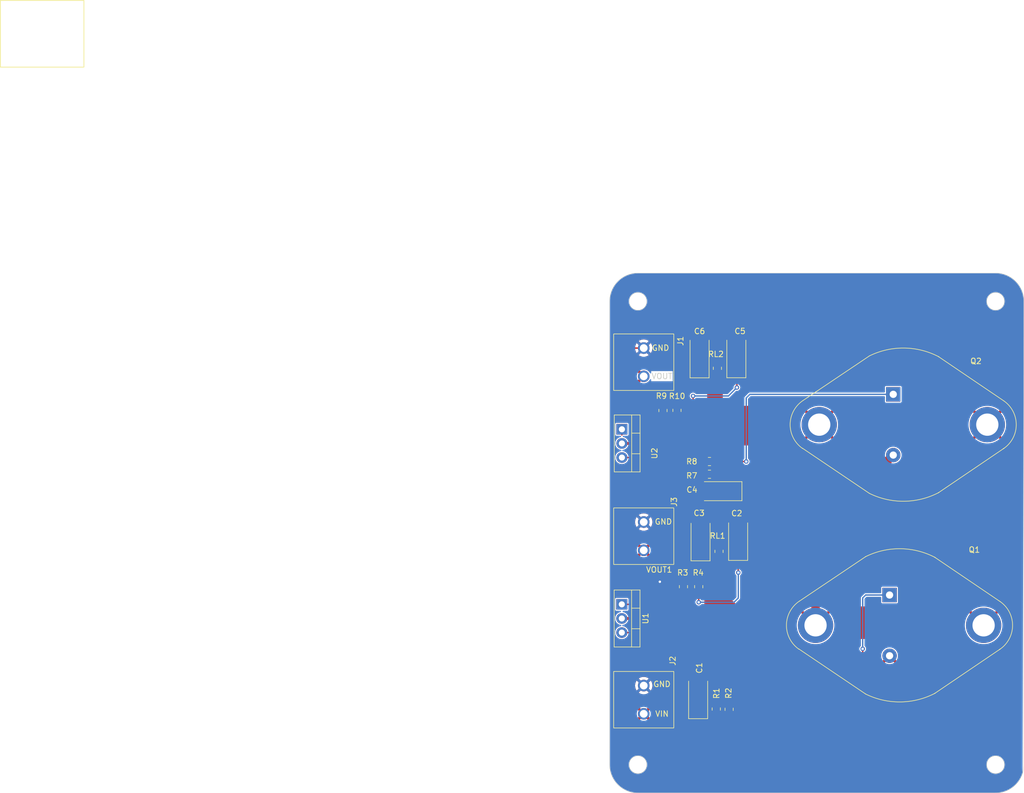
<source format=kicad_pcb>
(kicad_pcb (version 20211014) (generator pcbnew)
  (layers (0 "F.Cu" signal) (31 "B.Cu" signal) (34 "B.Paste" user) (35 "F.Paste" user) (36 "B.SilkS" user "B.Silkscreen") (37 "F.SilkS" user "F.Silkscreen") (38 "B.Mask" user) (39 "F.Mask" user) (44 "Edge.Cuts" user))
  (net 0 "")
  (net 1 "VIN")
  (net 2 "GND")
  (net 3 "Net-(C2-Pad1)")
  (net 4 "Net-(C5-Pad1)")
  (net 5 "VOUT")
  (net 6 "VOUT1")
  (net 7 "Net-(R1-Pad2)")
  (net 8 "Net-(R7-Pad2)")
  (net 9 "Net-(R2-Pad2)")
  (net 10 "Net-(R8-Pad2)")
  (footprint "Resistor_SMD:R_0805_2012Metric" (layer "F.Cu") (at 121.5644 73.710799 -90)
    (fp_text reference "R10" (at -2.5654 -0.0254 180) (layer "F.SilkS"))
    (fp_text value "5.1k")
    (fp_line (start -0.227064 0.735) (end 0.227064 0.735) (layer "F.SilkS") (width 0.12))
    (fp_line (start -0.227064 -0.735) (end 0.227064 -0.735) (layer "F.SilkS") (width 0.12))
    (pad "1" smd roundrect (at -0.9125 0 270) (size 1.025 1.4) (layers "F.Cu" "F.Paste" "F.Mask") (roundrect_rratio 0.243902439) (net 5 "VOUT"))
    (pad "2" smd roundrect (at 0.9125 0 270) (size 1.025 1.4) (layers "F.Cu" "F.Paste" "F.Mask") (roundrect_rratio 0.243902439) (net 4 "Net-(C5-Pad1)"))
  )
  (footprint "Resistor_SMD:R_0805_2012Metric" (layer "F.Cu") (at 125.476 105.409999 -90)
    (fp_text reference "R4" (at -2.5165 0.0796) (layer "F.SilkS"))
    (fp_text value "5.1k")
    (fp_line (start -0.227064 0.735) (end 0.227064 0.735) (layer "F.SilkS") (width 0.12))
    (fp_line (start -0.227064 -0.735) (end 0.227064 -0.735) (layer "F.SilkS") (width 0.12))
    (pad "1" smd roundrect (at -0.9125 0 270) (size 1.025 1.4) (layers "F.Cu" "F.Paste" "F.Mask") (roundrect_rratio 0.243902439) (net 6 "VOUT1"))
    (pad "2" smd roundrect (at 0.9125 0 270) (size 1.025 1.4) (layers "F.Cu" "F.Paste" "F.Mask") (roundrect_rratio 0.243902439) (net 3 "Net-(C2-Pad1)"))
  )
  (footprint "wsh_1:connector_128-5.08mm3.81" (layer "F.Cu") (at 115.5954 67.589399 90)
    (fp_text reference "J1" (at 6.35 6.604 90 unlocked) (layer "F.SilkS"))
    (fp_text value "Conn_01x02")
    (fp_rect (start -2.54 -5.4) (end 7.62 5.4) (layer "F.SilkS") (width 0.12) (fill none))
    (pad "1" thru_hole circle (at 0 0 180) (size 2.1 2.1) (drill 1.4) (layers *.Cu *.Mask) (net 5 "VOUT"))
    (pad "2" thru_hole circle (at 5.08 0 180) (size 2.1 2.1) (drill 1.4) (layers *.Cu *.Mask) (net 2 "GND"))
  )
  (footprint "Resistor_SMD:R_0805_2012Metric" (layer "F.Cu") (at 127.4064 85.191599 180)
    (fp_text reference "R7" (at 3.175 -0.254) (layer "F.SilkS"))
    (fp_text value "22/0")
    (fp_line (start -0.227064 0.735) (end 0.227064 0.735) (layer "F.SilkS") (width 0.12))
    (fp_line (start -0.227064 -0.735) (end 0.227064 -0.735) (layer "F.SilkS") (width 0.12))
    (pad "1" smd roundrect (at -0.9125 0 180) (size 1.025 1.4) (layers "F.Cu" "F.Paste" "F.Mask") (roundrect_rratio 0.243902439) (net 6 "VOUT1"))
    (pad "2" smd roundrect (at 0.9125 0 180) (size 1.025 1.4) (layers "F.Cu" "F.Paste" "F.Mask") (roundrect_rratio 0.243902439) (net 8 "Net-(R7-Pad2)"))
  )
  (footprint "Package_TO_SOT_THT:TO-3" (layer "F.Cu") (at 159.766 106.908599)
    (fp_text reference "Q1" (at 15.24 -8.128) (layer "F.SilkS"))
    (fp_text value "MJ11015G")
    (fp_line (start -4.3 -6.9) (end -16.2 1.1) (layer "F.SilkS") (width 0.12))
    (fp_line (start -4.3 17.8) (end -16.3 9.7) (layer "F.SilkS") (width 0.12))
    (fp_line (start 8.1 -6.8) (end 19.9 1.2) (layer "F.SilkS") (width 0.12))
    (fp_line (start 8.1 17.7) (end 19.9 9.7) (layer "F.SilkS") (width 0.12))
    (fp_arc (start -4.3 -6.9) (mid 1.971643 -8.323273) (end 8.20587 -6.744152) (layer "F.SilkS") (width 0.12))
    (fp_arc (start 19.9 1.2) (mid 22.101343 5.542388) (end 19.747176 9.803859) (layer "F.SilkS") (width 0.12))
    (fp_arc (start -16.276967 9.747694) (mid -18.527843 5.403471) (end -16.2 1.1) (layer "F.SilkS") (width 0.12))
    (fp_arc (start 8.20587 17.644152) (mid 1.971643 19.223273) (end -4.3 17.8) (layer "F.SilkS") (width 0.12))
    (pad "1" thru_hole rect (at 0 0) (size 2.6 2.6) (drill 1.3) (layers *.Cu *.Mask) (net 9 "Net-(R2-Pad2)"))
    (pad "2" thru_hole circle (at 0 10.92) (size 2.6 2.6) (drill 1.3) (layers *.Cu *.Mask) (net 1 "VIN"))
    (pad "3" thru_hole circle (at -13.3 5.45) (size 6.35 6.35) (drill 4) (layers *.Cu *.Mask) (net 6 "VOUT1"))
    (pad "3" thru_hole circle (at 16.9 5.45) (size 6.35 6.35) (drill 4) (layers *.Cu *.Mask) (net 6 "VOUT1"))
  )
  (footprint "Resistor_SMD:R_0805_2012Metric" (layer "F.Cu") (at 122.7328 105.409999 90)
    (fp_text reference "R3" (at 2.5165 -0.127) (layer "F.SilkS"))
    (fp_text value "470")
    (fp_line (start -0.227064 -0.735) (end 0.227064 -0.735) (layer "F.SilkS") (width 0.12))
    (fp_line (start -0.227064 0.735) (end 0.227064 0.735) (layer "F.SilkS") (width 0.12))
    (pad "1" smd roundrect (at -0.9125 0 90) (size 1.025 1.4) (layers "F.Cu" "F.Paste" "F.Mask") (roundrect_rratio 0.243902439) (net 3 "Net-(C2-Pad1)"))
    (pad "2" smd roundrect (at 0.9125 0 90) (size 1.025 1.4) (layers "F.Cu" "F.Paste" "F.Mask") (roundrect_rratio 0.243902439) (net 2 "GND"))
  )
  (footprint "Capacitor_Tantalum_SMD:CP_EIA-6032-20_AVX-F" (layer "F.Cu") (at 132.2324 64.082899 90)
    (fp_text reference "C5" (at 4.61 0.665474 180) (layer "F.SilkS"))
    (fp_text value "10uF")
    (fp_line (start -3.76 1.71) (end 3 1.71) (layer "F.SilkS") (width 0.12))
    (fp_line (start -3.76 -1.71) (end -3.76 1.71) (layer "F.SilkS") (width 0.12))
    (fp_line (start 3 -1.71) (end -3.76 -1.71) (layer "F.SilkS") (width 0.12))
    (pad "1" smd roundrect (at -2.4625 0 90) (size 2.075 2.35) (layers "F.Cu" "F.Paste" "F.Mask") (roundrect_rratio 0.1204819277) (net 4 "Net-(C5-Pad1)"))
    (pad "2" smd roundrect (at 2.4625 0 90) (size 2.075 2.35) (layers "F.Cu" "F.Paste" "F.Mask") (roundrect_rratio 0.1204819277) (net 2 "GND"))
  )
  (footprint "Resistor_SMD:R_0805_2012Metric" (layer "F.Cu") (at 119.0498 73.736199 90)
    (fp_text reference "R9" (at 2.6162 -0.2794) (layer "F.SilkS"))
    (fp_text value "620")
    (fp_line (start -0.227064 0.735) (end 0.227064 0.735) (layer "F.SilkS") (width 0.12))
    (fp_line (start -0.227064 -0.735) (end 0.227064 -0.735) (layer "F.SilkS") (width 0.12))
    (pad "1" smd roundrect (at -0.9125 0 90) (size 1.025 1.4) (layers "F.Cu" "F.Paste" "F.Mask") (roundrect_rratio 0.243902439) (net 4 "Net-(C5-Pad1)"))
    (pad "2" smd roundrect (at 0.9125 0 90) (size 1.025 1.4) (layers "F.Cu" "F.Paste" "F.Mask") (roundrect_rratio 0.243902439) (net 2 "GND"))
  )
  (footprint "Capacitor_Tantalum_SMD:CP_EIA-6032-20_AVX-F" (layer "F.Cu") (at 125.6284 64.095499 90)
    (fp_text reference "C6" (at 4.61 0) (layer "F.SilkS"))
    (fp_text value "10uF")
    (fp_line (start -3.76 1.71) (end 3 1.71) (layer "F.SilkS") (width 0.12))
    (fp_line (start 3 -1.71) (end -3.76 -1.71) (layer "F.SilkS") (width 0.12))
    (fp_line (start -3.76 -1.71) (end -3.76 1.71) (layer "F.SilkS") (width 0.12))
    (pad "1" smd roundrect (at -2.4625 0 90) (size 2.075 2.35) (layers "F.Cu" "F.Paste" "F.Mask") (roundrect_rratio 0.1204819277) (net 5 "VOUT"))
    (pad "2" smd roundrect (at 2.4625 0 90) (size 2.075 2.35) (layers "F.Cu" "F.Paste" "F.Mask") (roundrect_rratio 0.1204819277) (net 2 "GND"))
  )
  (footprint "Package_TO_SOT_THT:TO-220-3_Vertical" (layer "F.Cu") (at 111.6704 77.114399 -90)
    (fp_text reference "U2" (at 4.318 -5.8674 90) (layer "F.SilkS"))
    (fp_text value "LM317_TO-220")
    (fp_line (start -2.58 1.371) (end 7.66 1.371) (layer "F.SilkS") (width 0.12))
    (fp_line (start 7.66 -3.27) (end 7.66 1.371) (layer "F.SilkS") (width 0.12))
    (fp_line (start -2.58 -3.27) (end -2.58 1.371) (layer "F.SilkS") (width 0.12))
    (fp_line (start -2.58 -3.27) (end 7.66 -3.27) (layer "F.SilkS") (width 0.12))
    (fp_line (start 4.391 -3.27) (end 4.391 -1.76) (layer "F.SilkS") (width 0.12))
    (fp_line (start -2.58 -1.76) (end 7.66 -1.76) (layer "F.SilkS") (width 0.12))
    (fp_line (start 0.69 -3.27) (end 0.69 -1.76) (layer "F.SilkS") (width 0.12))
    (pad "1" thru_hole rect (at 0 0 270) (size 1.905 2) (drill 1.1) (layers *.Cu *.Mask) (net 4 "Net-(C5-Pad1)"))
    (pad "2" thru_hole oval (at 2.54 0 270) (size 1.905 2) (drill 1.1) (layers *.Cu *.Mask) (net 5 "VOUT"))
    (pad "3" thru_hole oval (at 5.08 0 270) (size 1.905 2) (drill 1.1) (layers *.Cu *.Mask) (net 8 "Net-(R7-Pad2)"))
  )
  (footprint "Resistor_SMD:R_0805_2012Metric" (layer "F.Cu") (at 129.1208 99.059999 90)
    (fp_text reference "RL1" (at 2.794 -0.254) (layer "F.SilkS"))
    (fp_text value "10")
    (fp_line (start -0.227064 0.735) (end 0.227064 0.735) (layer "F.SilkS") (width 0.12))
    (fp_line (start -0.227064 -0.735) (end 0.227064 -0.735) (layer "F.SilkS") (width 0.12))
    (pad "1" smd roundrect (at -0.9125 0 90) (size 1.025 1.4) (layers "F.Cu" "F.Paste" "F.Mask") (roundrect_rratio 0.243902439) (net 6 "VOUT1"))
    (pad "2" smd roundrect (at 0.9125 0 90) (size 1.025 1.4) (layers "F.Cu" "F.Paste" "F.Mask") (roundrect_rratio 0.243902439) (net 2 "GND"))
  )
  (footprint "Resistor_SMD:R_0805_2012Metric" (layer "F.Cu") (at 128.6275 127.406399 90)
    (fp_text reference "R1" (at 2.8194 0.0508 90) (layer "F.SilkS"))
    (fp_text value "22/0")
    (fp_line (start -0.227064 0.735) (end 0.227064 0.735) (layer "F.SilkS") (width 0.12))
    (fp_line (start -0.227064 -0.735) (end 0.227064 -0.735) (layer "F.SilkS") (width 0.12))
    (pad "1" smd roundrect (at -0.9125 0 90) (size 1.025 1.4) (layers "F.Cu" "F.Paste" "F.Mask") (roundrect_rratio 0.243902439) (net 1 "VIN"))
    (pad "2" smd roundrect (at 0.9125 0 90) (size 1.025 1.4) (layers "F.Cu" "F.Paste" "F.Mask") (roundrect_rratio 0.243902439) (net 7 "Net-(R1-Pad2)"))
  )
  (footprint "Package_TO_SOT_THT:TO-3" (layer "F.Cu") (at 160.4298 70.826199)
    (fp_text reference "Q2" (at 14.859 -5.969) (layer "F.SilkS"))
    (fp_text value "MJ11015G")
    (fp_line (start -4.3 -6.9) (end -16.2 1.1) (layer "F.SilkS") (width 0.12))
    (fp_line (start -4.3 17.8) (end -16.3 9.7) (layer "F.SilkS") (width 0.12))
    (fp_line (start 8.1 17.7) (end 19.9 9.7) (layer "F.SilkS") (width 0.12))
    (fp_line (start 8.1 -6.8) (end 19.9 1.2) (layer "F.SilkS") (width 0.12))
    (fp_arc (start -4.3 -6.9) (mid 1.971643 -8.323273) (end 8.20587 -6.744152) (layer "F.SilkS") (width 0.12))
    (fp_arc (start -16.276967 9.747694) (mid -18.527843 5.403471) (end -16.2 1.1) (layer "F.SilkS") (width 0.12))
    (fp_arc (start 19.9 1.2) (mid 22.101343 5.542388) (end 19.747176 9.803859) (layer "F.SilkS") (width 0.12))
    (fp_arc (start 8.20587 17.644152) (mid 1.971643 19.223273) (end -4.3 17.8) (layer "F.SilkS") (width 0.12))
    (pad "1" thru_hole rect (at 0 0) (size 2.6 2.6) (drill 1.3) (layers *.Cu *.Mask) (net 10 "Net-(R8-Pad2)"))
    (pad "2" thru_hole circle (at 0 10.92) (size 2.6 2.6) (drill 1.3) (layers *.Cu *.Mask) (net 6 "VOUT1"))
    (pad "3" thru_hole circle (at -13.3 5.45) (size 6.35 6.35) (drill 4) (layers *.Cu *.Mask) (net 5 "VOUT"))
    (pad "3" thru_hole circle (at 16.9 5.45) (size 6.35 6.35) (drill 4) (layers *.Cu *.Mask) (net 5 "VOUT"))
  )
  (footprint "Package_TO_SOT_THT:TO-220-3_Vertical" (layer "F.Cu") (at 111.6532 108.584999 -90)
    (fp_text reference "U1" (at 2.54 -4.27 90) (layer "F.SilkS"))
    (fp_text value "LM317_TO-220")
    (fp_line (start -2.58 -1.76) (end 7.66 -1.76) (layer "F.SilkS") (width 0.12))
    (fp_line (start 0.69 -3.27) (end 0.69 -1.76) (layer "F.SilkS") (width 0.12))
    (fp_line (start 7.66 -3.27) (end 7.66 1.371) (layer "F.SilkS") (width 0.12))
    (fp_line (start -2.58 1.371) (end 7.66 1.371) (layer "F.SilkS") (width 0.12))
    (fp_line (start -2.58 -3.27) (end 7.66 -3.27) (layer "F.SilkS") (width 0.12))
    (fp_line (start -2.58 -3.27) (end -2.58 1.371) (layer "F.SilkS") (width 0.12))
    (fp_line (start 4.391 -3.27) (end 4.391 -1.76) (layer "F.SilkS") (width 0.12))
    (pad "1" thru_hole rect (at 0 0 270) (size 1.905 2) (drill 1.1) (layers *.Cu *.Mask) (net 3 "Net-(C2-Pad1)"))
    (pad "2" thru_hole oval (at 2.54 0 270) (size 1.905 2) (drill 1.1) (layers *.Cu *.Mask) (net 6 "VOUT1"))
    (pad "3" thru_hole oval (at 5.08 0 270) (size 1.905 2) (drill 1.1) (layers *.Cu *.Mask) (net 7 "Net-(R1-Pad2)"))
  )
  (footprint "wsh_1:connector_128-5.08mm3.81" (layer "F.Cu") (at 115.5954 128.269999 90)
    (fp_text reference "J2" (at 9.525 5.207 90 unlocked) (layer "F.SilkS"))
    (fp_text value "Conn_01x02")
    (fp_rect (start -2.54 -5.4) (end 7.62 5.4) (layer "F.SilkS") (width 0.12) (fill none))
    (pad "1" thru_hole circle (at 0 0 180) (size 2.1 2.1) (drill 1.4) (layers *.Cu *.Mask) (net 1 "VIN"))
    (pad "2" thru_hole circle (at 5.08 0 180) (size 2.1 2.1) (drill 1.4) (layers *.Cu *.Mask) (net 2 "GND"))
  )
  (footprint "Capacitor_Tantalum_SMD:CP_EIA-6032-20_AVX-F" (layer "F.Cu") (at 132.5626 96.926399 90)
    (fp_text reference "C2" (at 4.699 -0.254) (layer "F.SilkS"))
    (fp_text value "10uF")
    (fp_line (start -3.76 1.71) (end 3 1.71) (layer "F.SilkS") (width 0.12))
    (fp_line (start 3 -1.71) (end -3.76 -1.71) (layer "F.SilkS") (width 0.12))
    (fp_line (start -3.76 -1.71) (end -3.76 1.71) (layer "F.SilkS") (width 0.12))
    (pad "1" smd roundrect (at -2.4625 0 90) (size 2.075 2.35) (layers "F.Cu" "F.Paste" "F.Mask") (roundrect_rratio 0.1204819277) (net 3 "Net-(C2-Pad1)"))
    (pad "2" smd roundrect (at 2.4625 0 90) (size 2.075 2.35) (layers "F.Cu" "F.Paste" "F.Mask") (roundrect_rratio 0.1204819277) (net 2 "GND"))
  )
  (footprint "Resistor_SMD:R_0805_2012Metric" (layer "F.Cu") (at 127.4064 82.905599)
    (fp_text reference "R8" (at -3.175 0) (layer "F.SilkS"))
    (fp_text value "5.1k")
    (fp_line (start -0.227064 -0.735) (end 0.227064 -0.735) (layer "F.SilkS") (width 0.12))
    (fp_line (start -0.227064 0.735) (end 0.227064 0.735) (layer "F.SilkS") (width 0.12))
    (pad "1" smd roundrect (at -0.9125 0) (size 1.025 1.4) (layers "F.Cu" "F.Paste" "F.Mask") (roundrect_rratio 0.243902439) (net 8 "Net-(R7-Pad2)"))
    (pad "2" smd roundrect (at 0.9125 0) (size 1.025 1.4) (layers "F.Cu" "F.Paste" "F.Mask") (roundrect_rratio 0.243902439) (net 10 "Net-(R8-Pad2)"))
  )
  (footprint "Capacitor_Tantalum_SMD:CP_EIA-6032-20_AVX-F" (layer "F.Cu") (at 125.3763 125.388899 90)
    (fp_text reference "C1" (at 5.3594 0.2032 90) (layer "F.SilkS"))
    (fp_text value "10uF")
    (fp_line (start -3.76 -1.71) (end -3.76 1.71) (layer "F.SilkS") (width 0.12))
    (fp_line (start 3 -1.71) (end -3.76 -1.71) (layer "F.SilkS") (width 0.12))
    (fp_line (start -3.76 1.71) (end 3 1.71) (layer "F.SilkS") (width 0.12))
    (pad "1" smd roundrect (at -2.4625 0 90) (size 2.075 2.35) (layers "F.Cu" "F.Paste" "F.Mask") (roundrect_rratio 0.1204819277) (net 1 "VIN"))
    (pad "2" smd roundrect (at 2.4625 0 90) (size 2.075 2.35) (layers "F.Cu" "F.Paste" "F.Mask") (roundrect_rratio 0.1204819277) (net 2 "GND"))
  )
  (footprint "Resistor_SMD:R_0805_2012Metric" (layer "F.Cu") (at 128.8288 66.141599 90)
    (fp_text reference "RL2" (at 2.54 -0.260715 180) (layer "F.SilkS"))
    (fp_text value "10")
    (fp_line (start -0.227064 0.735) (end 0.227064 0.735) (layer "F.SilkS") (width 0.12))
    (fp_line (start -0.227064 -0.735) (end 0.227064 -0.735) (layer "F.SilkS") (width 0.12))
    (pad "1" smd roundrect (at -0.9125 0 90) (size 1.025 1.4) (layers "F.Cu" "F.Paste" "F.Mask") (roundrect_rratio 0.243902439) (net 5 "VOUT"))
    (pad "2" smd roundrect (at 0.9125 0 90) (size 1.025 1.4) (layers "F.Cu" "F.Paste" "F.Mask") (roundrect_rratio 0.243902439) (net 2 "GND"))
  )
  (footprint "Capacitor_Tantalum_SMD:CP_EIA-6032-20_AVX-F" (layer "F.Cu") (at 129.4764 88.239599 180)
    (fp_text reference "C4" (at 5.207 0.254) (layer "F.SilkS"))
    (fp_text value "10uF")
    (fp_line (start 3 -1.71) (end -3.76 -1.71) (layer "F.SilkS") (width 0.12))
    (fp_line (start -3.76 1.71) (end 3 1.71) (layer "F.SilkS") (width 0.12))
    (fp_line (start -3.76 -1.71) (end -3.76 1.71) (layer "F.SilkS") (width 0.12))
    (pad "1" smd roundrect (at -2.4625 0 180) (size 2.075 2.35) (layers "F.Cu" "F.Paste" "F.Mask") (roundrect_rratio 0.1204819277) (net 6 "VOUT1"))
    (pad "2" smd roundrect (at 2.4625 0 180) (size 2.075 2.35) (layers "F.Cu" "F.Paste" "F.Mask") (roundrect_rratio 0.1204819277) (net 2 "GND"))
  )
  (footprint "wsh_1:connector_128-5.08mm3.81" (layer "F.Cu") (at 115.5954 98.869499 90)
    (fp_text reference "J3" (at 8.699499 5.461 90 unlocked) (layer "F.SilkS"))
    (fp_text value "Conn_01x02")
    (fp_rect (start -2.54 -5.4) (end 7.62 5.4) (layer "F.SilkS") (width 0.12) (fill none))
    (pad "1" thru_hole circle (at 0 0 180) (size 2.1 2.1) (drill 1.4) (layers *.Cu *.Mask) (net 6 "VOUT1"))
    (pad "2" thru_hole circle (at 5.08 0 180) (size 2.1 2.1) (drill 1.4) (layers *.Cu *.Mask) (net 2 "GND"))
  )
  (footprint "Capacitor_Tantalum_SMD:CP_EIA-6032-20_AVX-F" (layer "F.Cu") (at 125.8062 97.002599 90)
    (fp_text reference "C3" (at 4.826 -0.254) (layer "F.SilkS"))
    (fp_text value "10uF")
    (fp_line (start -3.76 1.71) (end 3 1.71) (layer "F.SilkS") (width 0.12))
    (fp_line (start 3 -1.71) (end -3.76 -1.71) (layer "F.SilkS") (width 0.12))
    (fp_line (start -3.76 -1.71) (end -3.76 1.71) (layer "F.SilkS") (width 0.12))
    (pad "1" smd roundrect (at -2.4625 0 90) (size 2.075 2.35) (layers "F.Cu" "F.Paste" "F.Mask") (roundrect_rratio 0.1204819277) (net 6 "VOUT1"))
    (pad "2" smd roundrect (at 2.4625 0 90) (size 2.075 2.35) (layers "F.Cu" "F.Paste" "F.Mask") (roundrect_rratio 0.1204819277) (net 2 "GND"))
  )
  (footprint "Resistor_SMD:R_0805_2012Metric" (layer "F.Cu") (at 130.9389 127.459099 -90)
    (fp_text reference "R2" (at -2.8956 0.1016 90) (layer "F.SilkS"))
    (fp_text value "5.1k")
    (fp_line (start -0.227064 -0.735) (end 0.227064 -0.735) (layer "F.SilkS") (width 0.12))
    (fp_line (start -0.227064 0.735) (end 0.227064 0.735) (layer "F.SilkS") (width 0.12))
    (pad "1" smd roundrect (at -0.9125 0 270) (size 1.025 1.4) (layers "F.Cu" "F.Paste" "F.Mask") (roundrect_rratio 0.243902439) (net 7 "Net-(R1-Pad2)"))
    (pad "2" smd roundrect (at 0.9125 0 270) (size 1.025 1.4) (layers "F.Cu" "F.Paste" "F.Mask") (roundrect_rratio 0.243902439) (net 9 "Net-(R2-Pad2)"))
  )
  (gr_poly (pts (xy 147.066 91.947999) (xy 147.066 88.645999) (xy 150.114 88.645999)) (layer "F.Cu") (width 0.2) (fill solid))
  (gr_poly (pts (xy 145.796 91.947999) (xy 142.748 88.645999) (xy 145.796 88.645999)) (layer "F.Cu") (width 0.2) (fill solid))
  (gr_rect (start 0 0) (end 15 12) (layer "F.SilkS") (width 0.15) (fill none))
  (gr_arc (start 114.554 142.494) (mid 110.961898 141.006102) (end 109.474 137.414) (layer "Edge.Cuts") (width 0.1))
  (gr_line (start 183.896002 60.959998) (end 183.896 129.54) (layer "Edge.Cuts") (width 0.1))
  (gr_line (start 109.474 129.54) (end 109.474 134.366) (layer "Edge.Cuts") (width 0.1))
  (gr_line (start 183.896002 54.101999) (end 183.896002 58.419999) (layer "Edge.Cuts") (width 0.1))
  (gr_line (start 109.474 129.54) (end 109.474 60.96) (layer "Edge.Cuts") (width 0.1))
  (gr_line (start 178.816 142.494) (end 114.554 142.494) (layer "Edge.Cuts") (width 0.1))
  (gr_circle (center 114.554002 137.413998) (end 116.154002 137.413998) (layer "Edge.Cuts") (width 0.1) (fill none))
  (gr_circle (center 178.815998 137.413998) (end 180.415998 137.413998) (layer "Edge.Cuts") (width 0.1) (fill none))
  (gr_line (start 109.474 134.366) (end 109.474 137.414) (layer "Edge.Cuts") (width 0.1))
  (gr_line (start 183.896 134.366) (end 183.896 137.414) (layer "Edge.Cuts") (width 0.1))
  (gr_arc (start 109.474 54.102001) (mid 110.961898 50.509899) (end 114.554 49.022001) (layer "Edge.Cuts") (width 0.1))
  (gr_circle (center 114.554 54.102001) (end 116.154 54.102001) (layer "Edge.Cuts") (width 0.1) (fill none))
  (gr_line (start 183.896002 58.419999) (end 183.896002 60.959998) (layer "Edge.Cuts") (width 0.1))
  (gr_arc (start 183.896 137.414) (mid 182.408102 141.006102) (end 178.816 142.494) (layer "Edge.Cuts") (width 0.1))
  (gr_line (start 114.554 49.022001) (end 178.816002 49.021999) (layer "Edge.Cuts") (width 0.1))
  (gr_arc (start 178.816002 49.021999) (mid 182.408104 50.509897) (end 183.896002 54.101999) (layer "Edge.Cuts") (width 0.1))
  (gr_circle (center 178.816 54.102001) (end 180.416 54.102001) (layer "Edge.Cuts") (width 0.1) (fill none))
  (gr_line (start 183.896 129.54) (end 183.896 134.366) (layer "Edge.Cuts") (width 0.1))
  (gr_line (start 109.474 58.420001) (end 109.474 60.96) (layer "Edge.Cuts") (width 0.1))
  (gr_line (start 109.474 54.102001) (end 109.474 58.420001) (layer "Edge.Cuts") (width 0.1))
  (gr_text "GND" (at 118.872 122.936) (layer "F.SilkS") (effects (font (size 1 1))))
  (gr_text "GND" (at 119.126 93.726) (layer "F.SilkS") (effects (font (size 1 1))))
  (gr_text "VOUT1" (at 118.364 102.362) (layer "F.SilkS") (effects (font (size 1 1))))
  (gr_text "GND" (at 118.618 62.484) (layer "F.SilkS") (effects (font (size 1 1))))
  (gr_text "VIN\n" (at 118.872 128.27) (layer "F.SilkS") (effects (font (size 1 1))))
  (gr_text "VOUT\n" (at 118.872 67.564) (layer "Edge.Cuts") (effects (font (size 1 1))))
  (segment (start 119.0498 72.823699) (end 113.7177 72.823699) (width 0.25) (layer "F.Cu") (net 2))
  (segment (start 112.395 71.500999) (end 112.395 63.118999) (width 0.25) (layer "F.Cu") (net 2))
  (segment (start 112.395 63.118999) (end 113.0046 62.509399) (width 0.25) (layer "F.Cu") (net 2))
  (segment (start 118.491 104.520999) (end 118.5145 104.497499) (width 0.25) (layer "F.Cu") (net 2))
  (segment (start 113.0046 62.509399) (end 115.5954 62.509399) (width 0.25) (layer "F.Cu") (net 2))
  (segment (start 113.7177 72.823699) (end 112.395 71.500999) (width 0.25) (layer "F.Cu") (net 2))
  (segment (start 122.7328 104.497499) (end 118.491 104.520999) (width 0.25) (layer "F.Cu") (net 2))
  (via (at 118.491 104.520999) (size 0.8) (drill 0.4) (layers "F.Cu" "B.Cu") (net 2))
  (via (at 118.491 104.520999) (size 0.8) (drill 0.4) (layers "F.Cu" "B.Cu") (net 2))
  (segment (start 132.5626 99.388899) (end 132.5626 102.844599) (width 0.25) (layer "F.Cu") (net 3))
  (segment (start 111.6532 108.584999) (end 122.047 108.584999) (width 0.25) (layer "F.Cu") (net 3))
  (segment (start 122.7328 107.899199) (end 122.7328 106.322499) (width 0.25) (layer "F.Cu") (net 3))
  (segment (start 122.047 108.584999) (end 122.7328 107.899199) (width 0.25) (layer "F.Cu") (net 3))
  (segment (start 132.5626 102.844599) (end 132.588 102.869999) (width 0.25) (layer "F.Cu") (net 3))
  (segment (start 125.476 106.322499) (end 125.476 108.203999) (width 0.25) (layer "F.Cu") (net 3))
  (segment (start 122.7328 106.322499) (end 125.476 106.322499) (width 0.25) (layer "F.Cu") (net 3))
  (via (at 125.476 108.203999) (size 0.8) (drill 0.4) (layers "F.Cu" "B.Cu") (net 3))
  (via (at 132.588 102.869999) (size 0.8) (drill 0.4) (layers "F.Cu" "B.Cu") (net 3))
  (segment (start 132.588 107.441999) (end 132.588 102.869999) (width 0.25) (layer "B.Cu") (net 3))
  (segment (start 131.826 108.203999) (end 132.588 107.441999) (width 0.25) (layer "B.Cu") (net 3))
  (segment (start 125.476 108.203999) (end 131.826 108.203999) (width 0.25) (layer "B.Cu") (net 3))
  (segment (start 132.588 102.869999) (end 132.588 102.83251) (width 0.25) (layer "B.Cu") (net 3))
  (segment (start 132.334 66.646999) (end 132.2324 66.545399) (width 0.25) (layer "F.Cu") (net 4))
  (segment (start 121.539 74.648699) (end 121.5644 74.623299) (width 0.25) (layer "F.Cu") (net 4))
  (segment (start 121.6171 74.675999) (end 121.5644 74.623299) (width 0.25) (layer "F.Cu") (net 4))
  (segment (start 111.6704 76.2896) (end 111.6704 78.1304) (width 0.25) (layer "F.Cu") (net 4))
  (segment (start 124.46 73.659999) (end 124.46 71.119999) (width 0.25) (layer "F.Cu") (net 4))
  (segment (start 119.0498 74.648699) (end 121.539 74.648699) (width 0.25) (layer "F.Cu") (net 4))
  (segment (start 132.334 69.595999) (end 132.334 66.646999) (width 0.25) (layer "F.Cu") (net 4))
  (segment (start 119.0498 74.648699) (end 112.2953 74.648699) (width 0.25) (layer "F.Cu") (net 4))
  (segment (start 112.2953 74.648699) (end 111.6704 75.273599) (width 0.25) (layer "F.Cu") (net 4))
  (segment (start 123.4967 74.623299) (end 124.46 73.659999) (width 0.25) (layer "F.Cu") (net 4))
  (segment (start 121.5644 74.623299) (end 123.4967 74.623299) (width 0.25) (layer "F.Cu") (net 4))
  (via (at 124.46 71.119999) (size 0.8) (drill 0.4) (layers "F.Cu" "B.Cu") (net 4))
  (via (at 132.334 69.595999) (size 0.8) (drill 0.4) (layers "F.Cu" "B.Cu") (net 4))
  (segment (start 124.46 71.119999) (end 130.81 71.119999) (width 0.25) (layer "B.Cu") (net 4))
  (segment (start 130.81 71.119999) (end 132.08 69.849999) (width 0.25) (layer "B.Cu") (net 4))
  (segment (start 132.08 69.849999) (end 132.334 69.595999) (width 0.25) (layer "B.Cu") (net 4))
  (segment (start 146.466 112.358599) (end 146.466 88.553999) (width 1.5) (layer "F.Cu") (net 6))
  (segment (start 131.9389 85.710899) (end 131.9389 88.239599) (width 1.5) (layer "F.Cu") (net 6))
  (segment (start 153.9364 88.239599) (end 160.4298 81.746199) (width 1.5) (layer "F.Cu") (net 6))
  (segment (start 131.9389 88.239599) (end 146.1516 88.239599) (width 1.5) (layer "F.Cu") (net 6))
  (segment (start 128.3189 85.191599) (end 131.4196 85.191599) (width 1.5) (layer "F.Cu") (net 6))
  (segment (start 146.1516 88.239599) (end 153.9364 88.239599) (width 1.5) (layer "F.Cu") (net 6))
  (segment (start 131.4196 85.191599) (end 131.9389 85.710899) (width 1.5) (layer "F.Cu") (net 6))
  (segment (start 128.6275 126.493899) (end 128.6275 115.673499) (width 0.25) (layer "F.Cu") (net 7))
  (segment (start 128.6275 115.673499) (end 126.619 113.664999) (width 0.25) (layer "F.Cu") (net 7))
  (segment (start 126.619 113.664999) (end 111.6532 113.664999) (width 0.25) (layer "F.Cu") (net 7))
  (segment (start 128.6802 126.546599) (end 128.6275 126.493899) (width 0.25) (layer "F.Cu") (net 7))
  (segment (start 130.9389 126.546599) (end 128.6802 126.546599) (width 0.25) (layer "F.Cu") (net 7))
  (segment (start 126.4939 82.905599) (end 126.4939 85.191599) (width 0.25) (layer "F.Cu") (net 8))
  (segment (start 126.3415 83.057999) (end 126.4939 82.905599) (width 0.25) (layer "F.Cu") (net 8))
  (segment (start 121.8184 82.194399) (end 122.682 83.057999) (width 0.25) (layer "F.Cu") (net 8))
  (segment (start 111.6704 82.194399) (end 121.8184 82.194399) (width 0.25) (layer "F.Cu") (net 8))
  (segment (start 122.682 83.057999) (end 126.3415 83.057999) (width 0.25) (layer "F.Cu") (net 8))
  (segment (start 130.9389 128.371599) (end 153.5684 128.371599) (width 0.25) (layer "F.Cu") (net 9))
  (segment (start 153.5684 128.371599) (end 154.94 126.999999) (width 0.25) (layer "F.Cu") (net 9))
  (segment (start 154.94 126.999999) (end 154.94 116.585999) (width 0.25) (layer "F.Cu") (net 9))
  (via (at 154.94 116.585999) (size 0.8) (drill 0.4) (layers "F.Cu" "B.Cu") (net 9))
  (segment (start 154.94 107.441999) (end 155.4734 106.908599) (width 0.25) (layer "B.Cu") (net 9))
  (segment (start 155.4734 106.908599) (end 159.766 106.908599) (width 0.25) (layer "B.Cu") (net 9))
  (segment (start 154.94 116.585999) (end 154.94 107.441999) (width 0.25) (layer "B.Cu") (net 9))
  (segment (start 134.112 82.803999) (end 134.0104 82.905599) (width 0.25) (layer "F.Cu") (net 10))
  (segment (start 128.3189 82.905599) (end 134.0104 82.905599) (width 0.25) (layer "F.Cu") (net 10))
  (via (at 134.0104 82.905599) (size 0.8) (drill 0.4) (layers "F.Cu" "B.Cu") (net 10))
  (segment (start 134.0104 82.905599) (end 134.0104 71.475599) (width 0.25) (layer "B.Cu") (net 10))
  (segment (start 134.0104 71.475599) (end 134.6598 70.826199) (width 0.25) (layer "B.Cu") (net 10))
  (segment (start 134.6598 70.826199) (end 160.4298 70.826199) (width 0.25) (layer "B.Cu") (net 10))
  (zone (net 6) (net_name "VOUT1") (layer "F.Cu") (connect_pads (clearance 0.508)) (min_thickness 0.254) (fill yes (thermal_gap 0.508) (thermal_bridge_width 0.508) (smoothing chamfer) (radius 0.5))
    (polygon (pts (xy 127.762 99.059999) (xy 130.048 99.059999) (xy 130.556 99.567999) (xy 130.556 105.409999) (xy 124.206 105.409999) (xy 124.206 98.297999) (xy 127 98.297999)))
  )
  (zone (net 1) (net_name "VIN") (layer "F.Cu") (connect_pads (clearance 0.508)) (min_thickness 0.254) (fill yes (thermal_gap 0.508) (thermal_bridge_width 0.508) (smoothing chamfer) (radius 0.5))
    (polygon (pts (xy 161.544 117.347999) (xy 161.544 131.571999) (xy 114.554 131.571999) (xy 114.554 129.793999) (xy 155.956 129.793999) (xy 157.226 128.269999) (xy 157.226 117.347999) (xy 157.988 116.331999) (xy 160.782 116.331999)))
  )
  (zone (net 2) (net_name "GND") (layer "F.Cu") (connect_pads (clearance 0)) (min_thickness 0.254) (fill yes (thermal_gap 0.508) (thermal_bridge_width 0.508) (smoothing chamfer) (radius 0.5))
    (polygon (pts (xy 129.032 92.709999) (xy 135.255 92.709999) (xy 135.255 96.265999) (xy 130.429 96.265999) (xy 130.429 98.170999) (xy 128.016 98.170999) (xy 128.016 96.011999) (xy 113.284 96.011999) (xy 113.284 86.613999) (xy 129.032 86.613999)))
  )
  (zone (net 2) (net_name "GND") (layer "F.Cu") (connect_pads (clearance 0)) (min_thickness 0.254) (fill yes (thermal_gap 0.508) (thermal_bridge_width 0.508) (smoothing chamfer) (radius 0.5))
    (polygon (pts (xy 133.985 60.324999) (xy 133.985 63.245999) (xy 129.921 63.245999) (xy 129.921 65.785999) (xy 127.889 65.785999) (xy 127.889 64.261999) (xy 113.411 64.261999) (xy 113.411 59.943999)))
  )
  (zone (net 5) (net_name "VOUT") (layer "F.Cu") (connect_pads (clearance 0.508)) (min_thickness 0.254) (fill yes (thermal_gap 0.508) (thermal_bridge_width 0.508) (smoothing chamfer) (radius 0.5))
    (polygon (pts (xy 127 66.293999) (xy 129.921 66.293999) (xy 129.921 68.071999) (xy 124.587 68.071999) (xy 123.063 69.595999) (xy 123.063 73.405999) (xy 120.269 73.532999) (xy 120.269 70.992999) (xy 118.11 69.214999) (xy 114.046 69.214999) (xy 114.046 65.277999) (xy 127 65.277999)))
  )
  (zone (net 6) (net_name "VOUT1") (layer "F.Cu") (connect_pads (clearance 0.508)) (min_thickness 0.254) (fill yes (thermal_gap 0.508) (thermal_bridge_width 0.508) (smoothing chamfer) (radius 0.5))
    (polygon (pts (xy 127.254 98.043999) (xy 127.254 100.837999) (xy 126.492 101.599999) (xy 110.49 101.599999) (xy 109.982 100.837999) (xy 109.982 98.297999) (xy 110.998 97.281999) (xy 114.046 97.281999) (xy 126.492 97.281999)))
  )
  (zone (net 0) (net_name "") (layer "F.Cu") (connect_pads (clearance 0)) (min_thickness 0.254)
    (keepout (tracks allowed) (vias not_allowed) (pads not_allowed) (copperpour not_allowed) (footprints allowed))
    (fill (thermal_gap 0.508) (thermal_bridge_width 0.508))
    (polygon (pts (xy 151.638 108.965999) (xy 141.478 108.965999) (xy 143.764 106.171999) (xy 145.288 104.393999) (xy 148.082 104.393999)))
  )
  (zone (net 5) (net_name "VOUT") (layer "F.Cu") (connect_pads (clearance 0.508)) (min_thickness 0.254) (fill yes (thermal_gap 0.508) (thermal_bridge_width 0.508) (smoothing chamfer) (radius 0.5))
    (polygon (pts (xy 130.048 80.009999) (xy 129.032 81.025999) (xy 110.744 81.025999) (xy 110.49 80.771999) (xy 110.49 78.993999) (xy 110.998 78.485999) (xy 126.238 78.485999) (xy 127 77.977999) (xy 130.048 77.977999)))
  )
  (zone (net 5) (net_name "VOUT") (layer "F.Cu") (connect_pads (clearance 0.508)) (min_thickness 0.254) (fill yes (thermal_gap 0.508) (thermal_bridge_width 0.508) (smoothing chamfer) (radius 0.5))
    (polygon (pts (xy 129.794001 71.881999) (xy 130.556001 72.898) (xy 181.102 72.897999) (xy 182.88 74.929999) (xy 182.88 78.231999) (xy 181.102 80.009999) (xy 128.778 80.009999) (xy 127 77.977999) (xy 127 66.293999) (xy 129.794 66.293999)))
  )
  (zone (net 6) (net_name "VOUT1") (layer "F.Cu") (connect_pads (clearance 0.508)) (min_thickness 0.254) (fill yes (thermal_gap 0.508) (thermal_bridge_width 0.508) (smoothing chamfer) (radius 0.5))
    (polygon (pts (xy 132.588 108.965999) (xy 130.556 108.965999) (xy 130.556 106.933999)))
  )
  (zone (net 6) (net_name "VOUT1") (layer "F.Cu") (connect_pads (clearance 0.508)) (min_thickness 0.254) (fill yes (thermal_gap 0.508) (thermal_bridge_width 0.508) (smoothing chamfer) (radius 0.5))
    (polygon (pts (xy 151.384 109.473999) (xy 141.478 109.473999) (xy 145.796 104.647999) (xy 147.066 104.647999)))
  )
  (zone (net 1) (net_name "VIN") (layer "F.Cu") (connect_pads (clearance 0.508)) (min_thickness 0.254) (fill yes (thermal_gap 0.508) (thermal_bridge_width 0.508) (smoothing chamfer) (radius 0.5))
    (polygon (pts (xy 127 126.237999) (xy 127 127.253999) (xy 127.254 127.507999) (xy 129.54 127.507999) (xy 129.794 127.761999) (xy 129.794 130.047999) (xy 114.554 130.047999) (xy 113.538 129.031999) (xy 113.538 127.253999) (xy 114.808 125.983999) (xy 126.746 125.983999)))
  )
  (zone (net 6) (net_name "VOUT1") (layer "F.Cu") (connect_pads (clearance 0.508)) (min_thickness 0.254) (fill yes (thermal_gap 0.508) (thermal_bridge_width 0.508) (smoothing chamfer) (radius 0.5))
    (polygon (pts (xy 128.524 110.235999) (xy 128.524 112.267999) (xy 111.252 112.267999) (xy 110.49 111.505999) (xy 110.49 110.235999) (xy 110.998 109.727999) (xy 127.762 109.727999)))
  )
  (zone (net 2) (net_name "GND") (layer "F.Cu") (connect_pads (clearance 0)) (min_thickness 0.254) (fill yes (thermal_gap 0.508) (thermal_bridge_width 0.508) (smoothing chamfer) (radius 0.5))
    (polygon (pts (xy 127.635 124.840999) (xy 113.792 124.840999) (xy 113.792 121.157999) (xy 127.635 121.157999)))
  )
  (zone (net 6) (net_name "VOUT1") (layer "F.Cu") (connect_pads (clearance 0.508)) (min_thickness 0.254) (fill yes (thermal_gap 0.508) (thermal_bridge_width 0.508) (smoothing chamfer) (radius 0.5))
    (polygon (pts (xy 126.746 109.981999) (xy 125.476 109.981999) (xy 125.476 109.727999) (xy 126.492 108.711999) (xy 126.746 108.711999)))
  )
  (zone (net 6) (net_name "VOUT1") (layer "F.Cu") (connect_pads (clearance 0.508)) (min_thickness 0.254) (fill yes (thermal_gap 0.508) (thermal_bridge_width 0.508) (smoothing chamfer) (radius 0.5))
    (polygon (pts (xy 130.556 108.965999) (xy 181.356 108.965999) (xy 182.626 110.235999) (xy 182.626 114.299999) (xy 181.102 114.807999) (xy 130.048 114.807999) (xy 126.492 112.013999) (xy 126.492 103.631999) (xy 130.556 103.631999)))
  )
  (zone (net 2) (net_name "GND") (layer "B.Cu") (connect_pads (clearance 0)) (min_thickness 0.254) (fill yes (thermal_gap 0.508) (thermal_bridge_width 0.508))
    (polygon (pts (xy 183.642 142.494) (xy 109.474 142.494) (xy 109.474 49.022) (xy 183.896 49.022)))
  )
)
</source>
